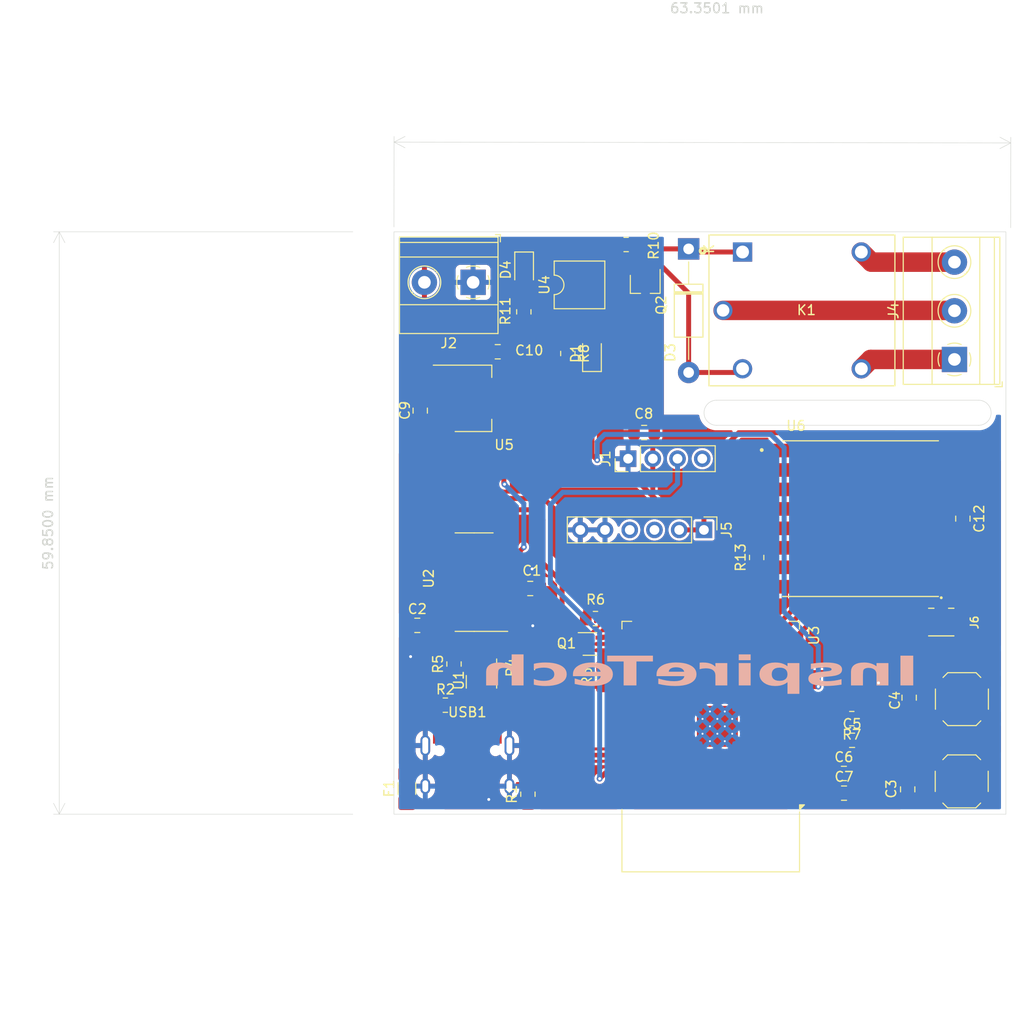
<source format=kicad_pcb>
(kicad_pcb (version 20240108) (generator "pcbnew") (generator_version "8.0")
  (layers (0 "F.Cu" signal) (31 "B.Cu" signal) (34 "B.Paste" user) (35 "F.Paste" user) (36 "B.SilkS" user "B.Silkscreen") (37 "F.SilkS" user "F.Silkscreen") (38 "B.Mask" user) (39 "F.Mask" user) (44 "Edge.Cuts" user))
  (net 0 "")
  (net 1 "GND")
  (net 2 "+3.3V")
  (net 3 "+5V")
  (net 4 "/RESET")
  (net 5 "/IO_0")
  (net 6 "/GPIO34")
  (net 7 "Net-(D1-A)")
  (net 8 "Net-(D3-A)")
  (net 9 "Net-(D4-A)")
  (net 10 "VBUS")
  (net 11 "/GPIO35")
  (net 12 "Net-(U6-RESET)")
  (net 13 "/SCL")
  (net 14 "/SDA")
  (net 15 "Net-(J4-Pin_3)")
  (net 16 "Net-(J4-Pin_2)")
  (net 17 "Net-(J4-Pin_1)")
  (net 18 "Net-(Q1-B2)")
  (net 19 "Net-(Q1-B1)")
  (net 20 "/IO_0 ")
  (net 21 "Net-(Q2-B)")
  (net 22 "Net-(USB1-CC2)")
  (net 23 "Net-(USB1-CC1)")
  (net 24 "/RTS")
  (net 25 "/DP")
  (net 26 "/D+")
  (net 27 "/D-")
  (net 28 "/DN")
  (net 29 "/DTR")
  (net 30 "Net-(R8-Pad1)")
  (net 31 "Net-(R10-Pad1)")
  (net 37 "/RX")
  (net 39 "/TX")
  (net 60 "ANT")
  (net 62 "/SCK")
  (net 63 "/RFM_CS")
  (net 64 "/MOSI")
  (net 65 "/MISO")
  (net 66 "/RFM_DIO2{slash}32")
  (net 67 "/RFM_DIO1{slash}33")
  (net 68 "/RFM_INT{slash}26")
  (net 72 "/GPIO25")
  (footprint "Capacitor_SMD:C_0805_2012Metric_Pad1.18x1.45mm_HandSolder" (layer "F.Cu") (at 147.995 115.3675)
    (property "Reference" "C6")
    (property "Value" "22uF")
  )
  (footprint "Capacitor_SMD:C_0805_2012Metric_Pad1.18x1.45mm_HandSolder" (layer "F.Cu") (at 148.01 117.39)
    (property "Reference" "C7")
    (property "Value" "0.1uF")
  )
  (footprint "global_Library:PRTR5VOU2X" (layer "F.Cu") (at 110.77 105.95 -90)
    (property "Reference" "U1")
    (property "Value" "PRTR5V0U2X")
  )
  (footprint "Connector_PinHeader_2.54mm:PinHeader_1x06_P2.54mm_Vertical" (layer "F.Cu") (at 133.62 90.34 -90)
    (property "Reference" "J5")
    (property "Value" "Conn_01x06")
  )
  (footprint "Capacitor_SMD:C_0805_2012Metric_Pad1.18x1.45mm_HandSolder" (layer "F.Cu") (at 148.84 111.96)
    (property "Reference" "C5")
    (property "Value" "0.1uF")
  )
  (footprint "global_Library:PC817" (layer "F.Cu") (at 120.84 65.16 90)
    (property "Reference" "U4")
    (property "Value" "PC817")
  )
  (footprint "Resistor_SMD:R_0805_2012Metric_Pad1.20x1.40mm_HandSolder" (layer "F.Cu") (at 123.26 105.42 90)
    (property "Reference" "R3")
    (property "Value" "10K")
  )
  (footprint "Resistor_SMD:R_0805_2012Metric_Pad1.20x1.40mm_HandSolder" (layer "F.Cu") (at 125.63 61.01)
    (property "Reference" "R10")
    (property "Value" "1K")
  )
  (footprint "global_Library:XCVR_RFM95W-915S2" (layer "F.Cu") (at 149.7075 89.18)
    (property "Reference" "U6")
    (property "Value" "RFM95W-868S2")
  )
  (footprint "RF_Module:ESP32-WROOM-32" (layer "F.Cu") (at 134.32 109.615 180)
    (property "Reference" "U3")
    (property "Value" "ESP32-WROOM-32")
  )
  (footprint "Capacitor_SMD:C_0805_2012Metric_Pad1.18x1.45mm_HandSolder" (layer "F.Cu") (at 127.48 80.33 180)
    (property "Reference" "C8")
    (property "Value" "22u")
  )
  (footprint "Connector_PinHeader_2.54mm:PinHeader_1x04_P2.54mm_Vertical" (layer "F.Cu") (at 125.83 83.02 90)
    (property "Reference" "J1")
    (property "Value" "Conn_01x04" (hide yes))
  )
  (footprint "LED_SMD:LED_0805_2012Metric_Pad1.15x1.40mm_HandSolder" (layer "F.Cu") (at 115.15 63.64 -90)
    (property "Reference" "D4")
    (property "Value" "YELLOW_LED")
  )
  (footprint "global_Library:HRO-TYPE-C-31-M-12-HandSoldering" (layer "F.Cu") (at 109.32 119.275)
    (property "Reference" "USB1")
    (property "Value" "HRO-TYPE-C-31-M-12")
  )
  (footprint "Resistor_SMD:R_0805_2012Metric_Pad1.20x1.40mm_HandSolder" (layer "F.Cu") (at 115.49 104.48 90)
    (property "Reference" "R4")
    (property "Value" "22")
  )
  (footprint "Capacitor_SMD:C_0805_2012Metric_Pad1.18x1.45mm_HandSolder" (layer "F.Cu") (at 154.55 117 -90)
    (property "Reference" "C3")
    (property "Value" "0.1uF")
  )
  (footprint "LED_SMD:LED_0805_2012Metric_Pad1.15x1.40mm_HandSolder" (layer "F.Cu") (at 122.12 72.2 90)
    (property "Reference" "D1")
    (property "Value" "RED_LED")
  )
  (footprint "Capacitor_SMD:C_0805_2012Metric_Pad1.18x1.45mm_HandSolder" (layer "F.Cu") (at 104.48 78.08 90)
    (property "Reference" "C9")
    (property "Value" "22uF")
  )
  (footprint "Resistor_SMD:R_0805_2012Metric_Pad1.20x1.40mm_HandSolder" (layer "F.Cu") (at 148.81 109.73 180)
    (property "Reference" "R7")
    (property "Value" "10K")
  )
  (footprint "Capacitor_SMD:C_0805_2012Metric_Pad1.18x1.45mm_HandSolder" (layer "F.Cu") (at 115.78 96.36)
    (property "Reference" "C1")
    (property "Value" "0.1uF")
  )
  (footprint "TerminalBlock_Phoenix:TerminalBlock_Phoenix_MKDS-1,5-2_1x02_P5.00mm_Horizontal" (layer "F.Cu") (at 109.91 64.895 180)
    (property "Reference" "J2")
    (property "Value" "Screw_Terminal_01x02")
  )
  (footprint "global_Library:RELAY_SRD-05VDC-SL-C" (layer "F.Cu") (at 143.6875 67.78)
    (property "Reference" "K1")
    (property "Value" "SRD-05VDC-SL-C")
  )
  (footprint "global_Library:CH340C" (layer "F.Cu") (at 110.015 95.705 180)
    (property "Reference" "U2")
    (property "Value" "CH340C")
  )
  (footprint "global_Library:MBT3904DW1" (layer "F.Cu") (at 121.91 102.06)
    (property "Reference" "Q1")
    (property "Value" "MBT3904DW1")
  )
  (footprint "Fuse:Fuse_1206_3216Metric_Pad1.42x1.75mm_HandSolder" (layer "F.Cu") (at 103.11 116.92 90)
    (property "Reference" "F1")
    (property "Value" "500mA")
  )
  (footprint "Diode_THT:D_DO-41_SOD81_P12.70mm_Horizontal" (layer "F.Cu") (at 132.05 61.46 -90)
    (property "Reference" "D3")
    (property "Value" "1N4007")
  )
  (footprint "global_Library:AMS1117-3.3" (layer "F.Cu") (at 109.92 76.82)
    (property "Reference" "U5")
    (property "Value" "AMS1117-3.3")
  )
  (footprint "Resistor_SMD:R_0805_2012Metric_Pad1.20x1.40mm_HandSolder" (layer "F.Cu") (at 107.95 104.12 90)
    (property "Reference" "R5")
    (property "Value" "22")
  )
  (footprint "Capacitor_SMD:C_0805_2012Metric_Pad1.18x1.45mm_HandSolder" (layer "F.Cu") (at 112.44 72.03 180)
    (property "Reference" "C10")
    (property "Value" "22uF")
  )
  (footprint "global_Library:BC547A" (layer "F.Cu") (at 127.61 65.08 -90)
    (property "Reference" "Q2")
    (property "Value" "BC547A")
  )
  (footprint "Resistor_SMD:R_0805_2012Metric_Pad1.20x1.40mm_HandSolder" (layer "F.Cu") (at 107.06 108.35 180)
    (property "Reference" "R2")
    (property "Value" "5.1K")
  )
  (footprint "global_Library:SW_SPST_SKQG_WithStem" (layer "F.Cu") (at 160.12 107.73 180)
    (property "Reference" "SW2" (hide yes))
    (property "Value" "SW_SKQG")
  )
  (footprint "Capacitor_SMD:C_0805_2012Metric_Pad1.18x1.45mm_HandSolder" (layer "F.Cu") (at 154.7 107.58 -90)
    (property "Reference" "C4")
    (property "Value" "0.1uF")
  )
  (footprint "Resistor_SMD:R_0805_2012Metric_Pad1.20x1.40mm_HandSolder" (layer "F.Cu") (at 139.0375 93.1725 90)
    (property "Reference" "R13")
    (property "Value" "10K")
  )
  (footprint "TerminalBlock_Phoenix:TerminalBlock_Phoenix_MKDS-1,5-3_1x03_P5.00mm_Horizontal" (layer "F.Cu") (at 159.355 72.82 90)
    (property "Reference" "J4")
    (property "Value" "Screw_Terminal_01x03")
  )
  (footprint "Resistor_SMD:R_0805_2012Metric_Pad1.20x1.40mm_HandSolder" (layer "F.Cu") (at 115.54 117.5 90)
    (property "Reference" "R1")
    (property "Value" "5.1K")
  )
  (footprint "Resistor_SMD:R_0805_2012Metric_Pad1.20x1.40mm_HandSolder" (layer "F.Cu") (at 115.12 67.93 90)
    (property "Reference" "R11")
    (property "Value" "2K")
  )
  (footprint "Capacitor_SMD:C_0805_2012Metric_Pad1.18x1.45mm_HandSolder" (layer "F.Cu") (at 104.18 100.15)
    (property "Reference" "C2")
    (property "Value" "0.1uF")
  )
  (footprint "Capacitor_SMD:C_0805_2012Metric_Pad1.18x1.45mm_HandSolder" (layer "F.Cu") (at 160.2175 89.18 -90)
    (property "Reference" "C12")
    (property "Value" "0.1uF")
  )
  (footprint "global_Library:HRS_U.FL-R-SMT_10_" (layer "F.Cu") (at 157.9975 99.81 -90)
    (property "Reference" "J6")
    (property "Value" "U.FL-R-SMT_10_")
  )
  (footprint "Resistor_SMD:R_0805_2012Metric_Pad1.20x1.40mm_HandSolder" (layer "F.Cu") (at 119.64 72.21 -90)
    (property "Reference" "R8")
    (property "Value" "1K")
  )
  (footprint "global_Library:SW_SPST_SKQG_WithStem" (layer "F.Cu") (at 160.1 116.18 180)
    (property "Reference" "SW1" (hide yes))
    (property "Value" "SW_SKQG")
  )
  (footprint "Resistor_SMD:R_0805_2012Metric_Pad1.20x1.40mm_HandSolder" (layer "F.Cu") (at 122.48 99.45 180)
    (property "Reference" "R6")
    (property "Value" "10K")
  )
  (gr_rect (start 101.78 59.705) (end 164.64 119.555) (stroke (width 0.05)) (fill none) (layer "Edge.Cuts"))
  (gr_arc (start 161.84 77.01) (mid 163.13 78.3) (end 161.84 79.59) (stroke (width 0.05)) (layer "Edge.Cuts"))
  (gr_line (start 161.84 77.01) (end 134.91 77.01) (stroke (width 0.05)) (layer "Edge.Cuts"))
  (gr_arc (start 134.91 79.59) (mid 133.62 78.3) (end 134.91 77.01) (stroke (width 0.05)) (layer "Edge.Cuts"))
  (gr_line (start 134.91 79.59) (end 161.84 79.59) (stroke (width 0.05)) (layer "Edge.Cuts"))
  (gr_text "InspireTech" (at 133.23 106.83 0) (layer "B.SilkS") (effects (font (size 3 5) (thickness 0.3) (bold yes)) (justify bottom mirror)))
  (dimension (type aligned) (layer "Edge.Cuts") (pts (xy 98.06 119.555) (xy 98.06 59.705)) (height -30.66) (gr_text "59,8500 mm" (at 66.25 89.63 90) (layer "Edge.Cuts") (effects (font (size 1 1) (thickness 0.15)))) (format (prefix "") (suffix "") (units 3) (units_format 1) (precision 4)) (style (thickness 0.05) (arrow_length 1.27) (text_position_mode 0) (extension_height 0.58642) (extension_offset 0.5) keep_text_aligned))
  (dimension (type aligned) (layer "Edge.Cuts") (pts (xy 101.78 59.705) (xy 165.13 59.79)) (height -9.22) (gr_text "63,3501 mm" (at 134.96 36.73 359.9231233) (layer "Edge.Cuts") (effects (font (size 1 1) (thickness 0.15)))) (format (prefix "") (suffix "") (units 3) (units_format 1) (precision 4)) (style (thickness 0.05) (arrow_length 1.27) (text_position_mode 2) (extension_height 0.58642) (extension_offset 0.5) keep_text_aligned))
  (via (at 103.49 103.36) (size 0.6) (drill 0.3) (layers "F.Cu" "B.Cu") (net 1))
  (via (at 151.55 106.06) (size 0.6) (drill 0.3) (layers "F.Cu" "B.Cu") (net 1))
  (via (at 115.97 94.35) (size 0.6) (drill 0.3) (layers "F.Cu" "B.Cu") (net 1))
  (via (at 111.52 118.04) (size 0.6) (drill 0.3) (layers "F.Cu" "B.Cu") (net 1))
  (via (at 116.04 100.19) (size 0.6) (drill 0.3) (layers "F.Cu" "B.Cu") (net 1))
  (segment (start 131.08 90.34) (end 133.62 90.34) (width 0.508) (layer "F.Cu") (net 2))
  (segment (start 128.37 86.89) (end 129.2 87.72) (width 0.508) (layer "F.Cu") (net 2))
  (segment (start 137.2 80.352) (end 153.212 80.352) (width 0.508) (layer "F.Cu") (net 2))
  (segment (start 113.07 85.58) (end 113.07 83.82) (width 0.508) (layer "F.Cu") (net 2))
  (segment (start 128.37 83.02) (end 128.37 86.89) (width 0.508) (layer "F.Cu") (net 2))
  (segment (start 153.212 80.352) (end 153.96 81.1) (width 0.508) (layer "F.Cu") (net 2))
  (segment (start 115.2 69.01) (end 115.2 71.71) (width 0.508) (layer "F.Cu") (net 2))
  (segment (start 136.07 87.09) (end 136.07 81.482) (width 0.508) (layer "F.Cu") (net 2))
  (segment (start 148.81 112.78) (end 146.9575 114.6325) (width 0.3) (layer "F.Cu") (net 2))
  (segment (start 114.7425 96.36) (end 114.7425 92.4875) (width 0.508) (layer "F.Cu") (net 2))
  (segment (start 128.37 80.4775) (end 128.5175 80.33) (width 0.508) (layer "F.Cu") (net 2))
  (segment (start 160.2175 88.1425) (end 157.445 88.1425) (width 0.508) (layer "F.Cu") (net 2))
  (segment (start 157.445 88.1425) (end 157.4075 88.18) (width 0.508) (layer "F.Cu") (net 2))
  (segment (start 146.9575 115.3675) (end 146.9575 117.375) (width 0.508) (layer "F.Cu") (net 2))
  (segment (start 148.81 110.02) (end 148.81 112.78) (width 0.3) (layer "F.Cu") (net 2))
  (segment (start 149.81 109.73) (end 149.1 109.73) (width 0.3) (layer "F.Cu") (net 2))
  (segment (start 149.1 109.73) (end 148.81 110.02) (width 0.3) (layer "F.Cu") (net 2))
  (segment (start 129.2 87.72) (end 133.14 87.72) (width 0.508) (layer "F.Cu") (net 2))
  (segment (start 133.14 87.72) (end 133.62 88.2) (width 0.508) (layer "F.Cu") (net 2))
  (segment (start 113.07 83.82) (end 113.07 76.82) (width 0.508) (layer "F.Cu") (net 2))
  (segment (start 128.37 83.02) (end 128.37 80.4775) (width 0.508) (layer "F.Cu") (net 2))
  (segment (start 113.4775 72.03) (end 113.4775 76.4125) (width 0.508) (layer "F.Cu") (net 2))
  (segment (start 146.9575 114.6325) (end 146.9575 115.3675) (width 0.3) (layer "F.Cu") (net 2))
  (segment (start 146.9575 117.375) (end 146.9725 117.39) (width 0.508) (layer "F.Cu") (net 2))
  (segment (start 112.51 96.36) (end 112.49 96.34) (width 0.508) (layer "F.Cu") (net 2))
  (segment (start 145.095 117.39) (end 144.3625 116.6575) (width 0.3) (layer "F.Cu") (net 2))
  (segment (start 115.2 71.71) (end 114.88 72.03) (width 0.508) (layer "F.Cu") (net 2))
  (segment (start 153.96 87.63) (end 154.51 88.18) (width 0.508) (layer "F.Cu") (net 2))
  (segment (start 126.97 85.49) (end 114.74 85.49) (width 0.508) (layer "F.Cu") (net 2))
  (segment (start 113.4775 76.4125) (end 113.07 76.82) (width 0.508) (layer "F.Cu") (net 2))
  (segment (start 133.62 88.2) (end 133.62 90.34) (width 0.508) (layer "F.Cu") (net 2))
  (segment (start 153.96 81.1) (end 153.96 87.63) (width 0.508) (layer "F.Cu") (net 2))
  (segment (start 154.51 88.18) (end 157.4075 88.18) (width 0.508) (layer "F.Cu") (net 2))
  (segment (start 114.88 72.03) (end 113.4775 72.03) (width 0.508) (layer "F.Cu") (net 2))
  (segment (start 114.74 85.49) (end 113.07 83.82) (width 0.508) (layer "F.Cu") (net 2))
  (segment (start 114.7425 96.36) (end 112.51 96.36) (width 0.508) (layer "F.Cu") (net 2))
  (segment (start 146.9725 117.39) (end 145.095 117.39) (width 0.3) (layer "F.Cu") (net 2))
  (segment (start 113.14 85.65) (end 113.07 85.58) (width 0.508) (layer "F.Cu") (net 2))
  (segment (start 115.12 68.93) (end 115.2 69.01) (width 0.508) (layer "F.Cu") (net 2))
  (segment (start 144.3625 116.6575) (end 142.925 116.6575) (width 0.3) (layer "F.Cu") (net 2))
  (segment (start 114.7425 92.4875) (end 115.12 92.11) (width 0.508) (layer "F.Cu") (net 2))
  (segment (start 133.14 87.72) (end 135.44 87.72) (width 0.508) (layer "F.Cu") (net 2))
  (segment (start 128.37 86.89) (end 126.97 85.49) (width 0.508) (layer "F.Cu") (net 2))
  (segment (start 135.44 87.72) (end 136.07 87.09) (width 0.508) (layer "F.Cu") (net 2))
  (segment (start 136.07 81.482) (end 137.2 80.352) (width 0.508) (layer "F.Cu") (net 2))
  (segment (start 106.77 76.82) (end 113.07 76.82) (width 0.508) (layer "F.Cu") (net 2))
  (via (at 115.12 92.11) (size 0.6) (drill 0.3) (layers "F.Cu" "B.Cu") (net 2))
  (via (at 113.14 85.65) (size 0.6) (drill 0.3) (layers "F.Cu" "B.Cu") (net 2))
  (segment (start 115.12 87.63) (end 113.14 85.65) (width 0.508) (layer "B.Cu") (net 2))
  (segment (start 115.12 92.11) (end 115.12 87.63) (width 0.508) (layer "B.Cu") (net 2))
  (segment (start 105.2175 104.4225) (end 105.2175 100.15) (width 0.508) (layer "F.Cu") (net 3))
  (segment (start 104.91 64.895) (end 104.91 61.46) (width 0.508) (layer "F.Cu") (net 3))
  (segment (start 103.11 106.53) (end 105.2175 104.4225) (width 0.508) (layer "F.Cu") (net 3))
  (segment (start 127.65 62.14) (end 127.65 64.72) (width 0.508) (layer "F.Cu") (net 3))
  (segment (start 106.77 81.29) (end 106.77 79.12) (width 0.508) (layer "F.Cu") (net 3))
  (segment (start 118 73.21) (end 117.62 72.83) (width 0.508) (layer "F.Cu") (net 3))
  (segment (start 103.88 96.23) (end 105.2175 97.5675) (width 0.508) (layer "F.Cu") (net 3))
  (segment (start 105.51 60.86) (end 116.98 60.86) (width 0.508) (layer "F.Cu") (net 3))
  (segment (start 119.57 63.57) (end 119.57 61.35) (width 0.508) (layer "F.Cu") (net 3))
  (segment (start 104.48 79.1175) (end 106.7675 79.1175) (width 0.508) (layer "F.Cu") (net 3))
  (segment (start 127.13 65.24) (end 121.24 65.24) (width 0.508) (layer "F.Cu") (net 3))
  (segment (start 119.64 73.21) (end 118 73.21) (width 0.508) (layer "F.Cu") (net 3))
  (segment (start 106.77 81.84) (end 106.77 81.29) (width 0.508) (layer "F.Cu") (net 3))
  (segment (start 106.03 82.58) (end 106.77 81.84) (width 0.508) (layer "F.Cu") (net 3))
  (segment (start 103.145 82.345) (end 103.38 82.58) (width 0.508) (layer "F.Cu") (net 3))
  (segment (start 132.37 61.78) (end 132.05 61.46) (width 0.508) (layer "F.Cu") (net 3))
  (segment (start 121.24 65.24) (end 119.57 63.57) (width 0.508) (layer "F.Cu") (net 3))
  (segment (start 103.88 83.08) (end 103.88 96.23) (width 0.508) (layer "F.Cu") (net 3))
  (segment (start 102.63 81.83) (end 103.145 82.345) (width 0.508) (layer "F.Cu") (net 3))
  (segment (start 106.7675 79.1175) (end 106.77 79.12) (width 0.508) (layer "F.Cu") (net 3))
  (segment (start 103.38 82.58) (end 106.03 82.58) (width 0.508) (layer "F.Cu") (net 3))
  (segment (start 117.62 61.5) (end 117.62 65.52) (width 0.508) (layer "F.Cu") (net 3))
  (segment (start 117.62 65.52) (end 119.57 63.57) (width 0.508) (layer "F.Cu") (net 3))
  (segment (start 103.11 115.4325) (end 103.11 106.53) (width 0.508) (layer "F.Cu") (net 3))
  (segment (start 102.63 73.96) (end 102.63 81.83) (width 0.508) (layer "F.Cu") (net 3))
  (segment (start 107.54 100.15) (end 105.2175 100.15) (width 0.508) (layer "F.Cu") (net 3))
  (segment (start 104.91 64.895) (end 104.91 71.68) (width 0.508) (layer "F.Cu") (net 3))
  (segment (start 103.145 82.345) (end 103.88 83.08) (width 0.508) (layer "F.Cu") (net 3))
  (segment (start 116.98 60.86) (end 117.62 61.5) (width 0.508) (layer "F.Cu") (net 3))
  (segment (start 128.33 61.46) (end 127.65 62.14) (width 0.508) (layer "F.Cu") (net 3))
  (segment (start 117.62 72.83) (end 117.62 65.52) (width 0.508) (layer "F.Cu") (net 3))
  (segment (start 104.91 71.68) (end 102.63 73.96) (width 0.508) (layer "F.Cu") (net 3))
  (segment (start 137.5875 61.78) (end 132.37 61.78) (width 0.508) (layer "F.Cu") (net 3))
  (segment (start 132.05 61.46) (end 128.33 61.46) (width 0.508) (layer "F.Cu") (net 3))
  (segment (start 104.91 61.46) (end 105.51 60.86) (width 0.508) (layer "F.Cu") (net 3))
  (segment (start 105.2175 97.5675) (end 105.2175 100.15) (width 0.508) (layer "F.Cu") (net 3))
  (segment (start 127.65 64.72) (end 127.13 65.24) (width 0.508) (layer "F.Cu") (net 3))
  (segment (start 154.55 118.0375) (end 153.4075 118.0375) (width 0.508) (layer "F.Cu") (net 4))
  (segment (start 147.380001 108.21) (end 146.35 109.240001) (width 0.508) (layer "F.Cu") (net 4))
  (segment (start 157 118.03) (end 163.2 118.03) (width 0.508) (layer "F.Cu") (net 4))
  (segment (start 146.35 113.86) (end 145.96 114.25) (width 0.508) (layer "F.Cu") (net 4))
  (segment (start 151.6 108.21) (end 147.380001 108.21) (width 0.508) (layer "F.Cu") (net 4))
  (segment (start 154.55 118.0375) (end 156.9925 118.0375) (width 0.508) (layer "F.Cu") (net 4))
  (segment (start 144.885 115.325) (end 143.07 115.325) (width 0.508) (layer "F.Cu") (net 4))
  (segment (start 153.4075 118.0375) (end 152.57 117.2) (width 0.508) (layer "F.Cu") (net 4))
  (segment (start 147.8025 111.96) (end 147.8025 112.4075) (width 0.508) (layer "F.Cu") (net 4))
  (segment (start 147.8025 112.4075) (end 145.96 114.25) (width 0.508) (layer "F.Cu") (net 4))
  (segment (start 146.35 109.240001) (end 146.35 113.86) (width 0.508) (layer "F.Cu") (net 4))
  (segment (start 147.81 109.73) (end 147.81 111.9525) (width 0.508) (layer "F.Cu") (net 4))
  (segment (start 152.57 109.18) (end 151.6 108.21) (width 0.508) (layer "F.Cu") (net 4))
  (segment (start 156.9925 118.0375) (end 157 118.03) (width 0.508) (layer "F.Cu") (net 4))
  (segment (start 147.81 111.9525) (end 147.8025 111.96) (width 0.508) (layer "F.Cu") (net 4))
  (segment (start 145.96 114.25) (end 145.13 115.08) (width 0.508) (layer "F.Cu") (net 4))
  (segment (start 145.13 115.08) (end 144.885 115.325) (width 0.508) (layer "F.Cu") (net 4))
  (segment (start 152.57 117.2) (end 152.57 109.18) (width 0.508) (layer "F.Cu") (net 4))
  (segment (start 154.7 108.6175) (end 155.6625 109.58) (width 0.508) (layer "F.Cu") (net 5))
  (segment (start 163.22 109.58) (end 157.02 109.58) (width 0.508) (layer "F.Cu") (net 5))
  (segment (start 155.6625 109.58) (end 157.02 109.58) (width 0.508) (layer "F.Cu") (net 5))
  (segment (start 122.11 68.97) (end 122.11 71.165) (width 0.508) (layer "F.Cu") (net 7))
  (segment (start 122.11 71.165) (end 122.12 71.175) (width 0.508) (layer "F.Cu") (net 7))
  (segment (start 129.41 63.37) (end 132.05 66.01) (width 0.508) (layer "F.Cu") (net 8))
  (segment (start 137.2075 74.16) (end 137.5875 73.78) (width 0.508) (layer "F.Cu") (net 8))
  (segment (start 132.05 66.01) (end 132.05 74.16) (width 0.508) (layer "F.Cu") (net 8))
  (segment (start 128.56 63.37) (end 129.41 63.37) (width 0.508) (layer "F.Cu") (net 8))
  (segment (start 132.05 74.16) (end 137.2075 74.16) (width 0.508) (layer "F.Cu") (net 8))
  (segment (start 115.12 64.695) (end 115.15 64.665) (width 0.3) (layer "F.Cu") (net 9))
  (segment (start 115.12 66.93) (end 115.12 64.695) (width 0.3) (layer "F.Cu") (net 9))
  (segment (start 111.77 111.08) (end 111.77 112.43) (width 0.3) (layer "F.Cu") (net 10))
  (segment (start 110.61 116.72) (end 110.34 116.99) (width 0.3) (layer "F.Cu") (net 10))
  (segment (start 106.87 112.28) (end 107.21 112.62) (width 0.3) (layer "F.Cu") (net 10))
  (segment (start 107.21 112.62) (end 107.21 113.51) (width 0.3) (layer "F.Cu") (net 10))
  (segment (start 111.77 109.44) (end 111.72 109.39) (width 0.508) (layer "F.Cu") (net 10))
  (segment (start 111.77 111.08) (end 111.77 109.44) (width 0.508) (layer "F.Cu") (net 10))
  (segment (start 107.21 113.51) (end 107.21 117.84) (width 0.508) (layer "F.Cu") (net 10))
  (segment (start 110.34 116.99) (end 108.06 116.99) (width 0.3) (layer "F.Cu") (net 10))
  (segment (start 106.6425 118.4075) (end 103.11 118.4075) (width 0.508) (layer "F.Cu") (net 10))
  (segment (start 111.72 109.39) (end 111.72 107.45) (width 0.508) (layer "F.Cu") (net 10))
  (segment (start 106.87 111.08) (end 106.87 112.28) (width 0.3) (layer "F.Cu") (net 10))
  (segment (start 111.77 112.43) (end 110.61 113.59) (width 0.3) (layer "F.Cu") (net 10))
  (segment (start 107.21 117.84) (end 106.6425 118.4075) (width 0.508) (layer "F.Cu") (net 10))
  (segment (start 110.61 113.59) (end 110.61 116.72) (width 0.3) (layer "F.Cu") (net 10))
  (segment (start 108.06 116.99) (end 106.6425 118.4075) (width 0.3) (layer "F.Cu") (net 10))
  (segment (start 142 92.1725) (end 142.0075 92.18) (width 0.508) (layer "F.Cu") (net 12))
  (segment (start 139.0375 92.1725) (end 142 92.1725) (width 0.508) (layer "F.Cu") (net 12))
  (segment (start 123.485 115.325) (end 122.91 115.9) (width 0.508) (layer "F.Cu") (net 14))
  (segment (start 125.57 115.325) (end 123.485 115.325) (width 0.508) (layer "F.Cu") (net 14))
  (via (at 122.91 115.9) (size 0.6) (drill 0.3) (layers "F.Cu" "B.Cu") (net 14))
  (segment (start 122.91 115.9) (end 122.91 100.92) (width 0.508) (layer "B.Cu") (net 14))
  (segment (start 130.91 85.58) (end 130.91 83.02) (width 0.508) (layer "B.Cu") (net 14))
  (segment (start 119.11 86.48) (end 130.01 86.48) (width 0.508) (layer "B.Cu") (net 14))
  (segment (start 117.85 95.86) (end 117.85 87.74) (width 0.508) (layer "B.Cu") (net 14))
  (segment (start 117.85 87.74) (end 119.11 86.48) (width 0.508) (layer "B.Cu") (net 14))
  (segment (start 130.01 86.48) (end 130.91 85.58) (width 0.508) (layer "B.Cu") (net 14))
  (segment (start 122.91 100.92) (end 117.85 95.86) (width 0.508) (layer "B.Cu") (net 14))
  (segment (start 150.8275 62.82) (end 159.355 62.82) (width 2) (layer "F.Cu") (net 15))
  (segment (start 149.7875 61.78) (end 150.8275 62.82) (width 2) (layer "F.Cu") (net 15))
  (segment (start 135.5875 67.78) (end 159.315 67.78) (width 2) (layer "F.Cu") (net 16))
  (segment (start 159.315 67.78) (end 159.355 67.82) (width 0.508) (layer "F.Cu") (net 16))
  (segment (start 150.7475 72.82) (end 159.355 72.82) (width 2) (layer "F.Cu") (net 17))
  (segment (start 149.7875 73.78) (end 150.7475 72.82) (width 2) (layer "F.Cu") (net 17))
  (segment (start 122.197106 102.06) (end 123.24 102.06) (width 0.3) (layer "F.Cu") (net 18))
  (segment (start 122.14 102.002894) (end 122.197106 102.06) (width 0.3) (layer "F.Cu") (net 18))
  (segment (start 122.14 100.86) (end 122.14 102.002894) (width 0.3) (layer "F.Cu") (net 18))
  (segment (start 123.48 99.52) (end 122.14 100.86) (width 0.3) (layer "F.Cu") (net 18))
  (segment (start 121.59 101.41) (end 122.14 100.86) (width 0.3) (layer "F.Cu") (net 18))
  (segment (start 120.58 101.41) (end 121.59 101.41) (width 0.3) (layer "F.Cu") (net 18))
  (segment (start 123.48 99.45) (end 123.48 99.52) (width 0.3) (layer "F.Cu") (net 18))
  (segment (start 122.14 102.71) (end 121.49 102.06) (width 0.3) (layer "F.Cu") (net 19))
  (segment (start 123.26 104.42) (end 123.26 102.73) (width 0.3) (layer "F.Cu") (net 19))
  (segment (start 123.24 102.71) (end 122.14 102.71) (width 0.3) (layer "F.Cu") (net 19))
  (segment (start 121.49 102.06) (end 120.58 102.06) (width 0.3) (layer "F.Cu") (net 19))
  (segment (start 123.26 102.73) (end 123.24 102.71) (width 0.3) (layer "F.Cu") (net 19))
  (segment (start 125.57 101.355) (end 123.291 101.355) (width 0.508) (layer "F.Cu") (net 20))
  (segment (start 123.291 101.355) (end 123.24 101.406) (width 0.508) (layer "F.Cu") (net 20))
  (segment (start 126.63 63.34) (end 126.66 63.37) (width 0.508) (layer "F.Cu") (net 21))
  (segment (start 126.63 61.01) (end 126.63 63.34) (width 0.508) (layer "F.Cu") (net 21))
  (segment (start 115.54 118.5) (end 116.54 118.5) (width 0.3) (layer "F.Cu") (net 22))
  (segment (start 114.19 109.26) (end 113.33 108.4) (width 0.3) (layer "F.Cu") (net 22))
  (segment (start 113.33 108.4) (end 113.33 106.57) (width 0.3) (layer "F.Cu") (net 22))
  (segment (start 116.44 109.26) (end 114.19 109.26) (width 0.3) (layer "F.Cu") (net 22))
  (segment (start 116.9 118.14) (end 116.9 109.72) (width 0.3) (layer "F.Cu") (net 22))
  (segment (start 110.92 106.28) (end 110.92 108.99) (width 0.3) (layer "F.Cu") (net 22))
  (segment (start 116.54 118.5) (end 116.9 118.14) (width 0.3) (layer "F.Cu") (net 22))
  (segment (start 112.81 106.05) (end 111.15 106.05) (width 0.3) (layer "F.Cu") (net 22))
  (segment (start 116.9 109.72) (end 116.44 109.26) (width 0.3) (layer "F.Cu") (net 22))
  (segment (start 113.33 106.57) (end 112.81 106.05) (width 0.3) (layer "F.Cu") (net 22))
  (segment (start 110.92 108.99) (end 111.07 109.14) (width 0.3) (layer "F.Cu") (net 22))
  (segment (start 111.07 109.14) (end 111.07 111.08) (width 0.3) (layer "F.Cu") (net 22))
  (segment (start 111.15 106.05) (end 110.92 106.28) (width 0.3) (layer "F.Cu") (net 22))
  (segment (start 108.07 111.08) (end 108.07 108.36) (width 0.3) (layer "F.Cu") (net 23))
  (segment (start 108.07 108.36) (end 108.06 108.35) (width 0.3) (layer "F.Cu") (net 23))
  (segment (start 108.85 97.61) (end 109.224 97.236) (width 0.508) (layer "F.Cu") (net 24))
  (segment (start 117.1 93.77) (end 119.05 95.72) (width 0.508) (layer "F.Cu") (net 24))
  (segment (start 117.1 89.31) (end 117.1 93.77) (width 0.508) (layer "F.Cu") (net 24))
  (segment (start 109.76 88.27) (end 116.06 88.27) (width 0.508) (layer "F.Cu") (net 24))
  (segment (start 109.224 88.806) (end 109.76 88.27) (width 0.508) (layer "F.Cu") (net 24))
  (segment (start 109.224 97.236) (end 109.224 88.806) (width 0.508) (layer "F.Cu") (net 24))
  (segment (start 120.66 106.42) (end 123.26 106.42) (width 0.508) (layer "F.Cu") (net 24))
  (segment (start 119.05 95.72) (end 119.05 104.81) (width 0.508) (layer "F.Cu") (net 24))
  (segment (start 116.06 88.27) (end 117.1 89.31) (width 0.508) (layer "F.Cu") (net 24))
  (segment (start 107.54 97.61) (end 108.85 97.61) (width 0.508) (layer "F.Cu") (net 24))
  (segment (start 119.05 104.81) (end 120.66 106.42) (width 0.508) (layer "F.Cu") (net 24))
  (segment (start 110.445 108.985) (end 110.445 105.925) (width 0.25) (layer "F.Cu") (net 25))
  (segment (start 110.3 102.9) (end 109.82 103.38) (width 0.508) (layer "F.Cu") (net 25))
  (segment (start 115.49 105.48) (end 114.91 105.48) (width 0.508) (layer "F.Cu") (net 25))
  (segment (start 110.07 111.08) (end 110.07 109.36) (width 0.25) (layer "F.Cu") (net 25))
  (segment (start 110.07 112.84) (end 110.07 111.08) (width 0.25) (layer "F.Cu") (net 25))
  (segment (start 109.27 113.01) (end 109.9 113.01) (width 0.25) (layer "F.Cu") (net 25))
  (segment (start 110.445 105.925) (end 109.82 105.3) (width 0.25) (layer "F.Cu") (net 25))
  (segment (start 113.72 104.29) (end 113.72 103.29) (width 0.508) (layer "F.Cu") (net 25))
  (segment (start 109.9 113.01) (end 110.07 112.84) (width 0.25) (layer "F.Cu") (net 25))
  (segment (start 109.82 103.38) (end 109.82 104.45) (width 0.508) (layer "F.Cu") (net 25))
  (segment (start 109.07 111.08) (end 109.07 112.81) (width 0.25) (layer "F.Cu") (net 25))
  (segment (start 114.91 105.48) (end 113.72 104.29) (width 0.508) (layer "F.Cu") (net 25))
  (segment (start 110.07 109.36) (end 110.445 108.985) (width 0.25) (layer "F.Cu") (net 25))
  (segment (start 113.72 103.29) (end 113.33 102.9) (width 0.508) (layer "F.Cu") (net 25))
  (segment (start 109.82 105.3) (end 109.82 104.45) (width 0.25) (layer "F.Cu") (net 25))
  (segment (start 113.33 102.9) (end 110.3 102.9) (width 0.508) (layer "F.Cu") (net 25))
  (segment (start 109.07 112.81) (end 109.27 113.01) (width 0.25) (layer "F.Cu") (net 25))
  (segment (start 115.49 103.48) (end 115.49 102.33) (width 0.3) (layer "F.Cu") (net 26))
  (segment (start 110.2 102.07) (end 109.92 101.79) (width 0.3) (layer "F.Cu") (net 26))
  (segment (start 115.23 102.07) (end 110.2 102.07) (width 0.3) (layer "F.Cu") (net 26))
  (segment (start 110.41 97.742894) (end 110.41 95.3) (width 0.3) (layer "F.Cu") (net 26))
  (segment (start 115.49 102.33) (end 115.23 102.07) (width 0.3) (layer "F.Cu") (net 26))
  (segment (start 109.92 101.79) (end 109.92 98.232894) (width 0.3) (layer "F.Cu") (net 26))
  (segment (start 109.92 98.232894) (end 110.41 97.742894) (width 0.3) (layer "F.Cu") (net 26))
  (segment (start 110.41 95.3) (end 110.64 95.07) (width 0.3) (layer "F.Cu") (net 26))
  (segment (start 110.64 95.07) (end 112.49 95.07) (width 0.3) (layer "F.Cu") (net 26))
  (segment (start 110.23 93.8) (end 112.49 93.8) (width 0.3) (layer "F.Cu") (net 27))
  (segment (start 109.145 102.625) (end 109.145 98.285) (width 0.3) (layer "F.Cu") (net 27))
  (segment (start 109.145 98.285) (end 109.91 97.52) (width 0.3) (layer "F.Cu") (net 27))
  (segment (start 109.91 94.12) (end 110.23 93.8) (width 0.3) (layer "F.Cu") (net 27))
  (segment (start 107.95 103.12) (end 108.65 103.12) (width 0.3) (layer "F.Cu") (net 27))
  (segment (start 108.65 103.12) (end 109.145 102.625) (width 0.3) (layer "F.Cu") (net 27))
  (segment (start 109.91 97.52) (end 109.91 94.12) (width 0.3) (layer "F.Cu") (net 27))
  (segment (start 108.57 109.4601) (end 108.7601 109.27) (width 0.25) (layer "F.Cu") (net 28))
  (segment (start 109.82 106.66) (end 109.82 107.45) (width 0.508) (layer "F.Cu") (net 28))
  (segment (start 109.59 106.43) (end 109.82 106.66) (width 0.508) (layer "F.Cu") (net 28))
  (segment (start 109.57 108.02) (end 109.57 108.76) (width 0.25) (layer "F.Cu") (net 28))
  (segment (start 108.7601 109.27) (end 109.29 109.27) (width 0.25) (layer "F.Cu") (net 28))
  (segment (start 107.95 106.07) (end 108.31 106.43) (width 0.508) (layer "F.Cu") (net 28))
  (segment (start 109.57 108.99) (end 109.57 108.76) (width 0.25) (layer "F.Cu") (net 28))
  (segment (start 109.82 107.77) (end 109.57 108.02) (width 0.25) (layer "F.Cu") (net 28))
  (segment (start 109.29 109.27) (end 109.57 108.99) (width 0.25) (layer "F.Cu") (net 28))
  (segment (start 109.57 108.76) (end 109.57 111.08) (width 0.25) (layer "F.Cu") (net 28))
  (segment (start 109.82 107.45) (end 109.82 107.77) (width 0.25) (layer "F.Cu") (net 28))
  (segment (start 107.95 105.12) (end 107.95 106.07) (width 0.508) (layer "F.Cu") (net 28))
  (segment (start 108.57 111.08) (end 108.57 109.4601) (width 0.25) (layer "F.Cu") (net 28))
  (segment (start 108.31 106.43) (end 109.59 106.43) (width 0.508) (layer "F.Cu") (net 28))
  (segment (start 105.72 87.11) (end 117.17 87.11) (width 0.508) (layer "F.Cu") (net 29))
  (segment (start 118.21 92.76) (end 121.48 96.03) (width 0.508) (layer "F.Cu") (net 29))
  (segment (start 117.17 87.11) (end 118.21 88.15) (width 0.508) (layer "F.Cu") (net 29))
  (segment (start 107.54 96.34) (end 105.38 96.34) (width 0.508) (layer "F.Cu") (net 29))
  (segment (start 105.38 96.34) (end 104.91 95.87) (width 0.508) (layer "F.Cu") (net 29))
  (segment (start 104.91 95.87) (end 104.91 87.92) (width 0.508) (layer "F.Cu") (net 29))
  (segment (start 121.48 96.03) (end 121.48 99.45) (width 0.508) (layer "F.Cu") (net 29))
  (segment (start 104.91 87.92) (end 105.72 87.11) (width 0.508) (layer "F.Cu") (net 29))
  (segment (start 118.21 88.15) (end 118.21 92.76) (width 0.508) (layer "F.Cu") (net 29))
  (segment (start 119.64 71.21) (end 119.64 69.04) (width 0.508) (layer "F.Cu") (net 30))
  (segment (start 119.64 69.04) (end 119.57 68.97) (width 0.508) (layer "F.Cu") (net 30))
  (segment (start 122.11 61.35) (end 124.29 61.35) (width 0.508) (layer "F.Cu") (net 31))
  (segment (start 124.29 61.35) (end 124.63 61.01) (width 0.508) (layer "F.Cu") (net 31))
  (segment (start 116.38 101.52) (end 116.7 101.84) (width 0.3) (layer "F.Cu") (net 37))
  (segment (start 118.65 113.61) (end 119.1575 114.1175) (width 0.3) (layer "F.Cu") (net 37))
  (segment (start 111.09 101.52) (end 116.38 101.52) (width 0.3) (layer "F.Cu") (net 37))
  (segment (start 111.25 97.61) (end 110.82 98.04) (width 0.3) (layer "F.Cu") (net 37))
  (segment (start 110.82 98.04) (end 110.82 101.25) (width 0.3) (layer "F.Cu") (net 37))
  (segment (start 116.7 101.84) (end 116.7 106.33) (width 0.3) (layer "F.Cu") (net 37))
  (segment (start 110.82 101.25) (end 111.09 101.52) (width 0.3) (layer "F.Cu") (net 37))
  (segment (start 119.1575 114.1175) (end 125.425 114.1175) (width 0.3) (layer "F.Cu") (net 37))
  (segment (start 118.65 108.28) (end 118.65 113.61) (width 0.3) (layer "F.Cu") (net 37))
  (segment (start 112.49 97.61) (end 111.25 97.61) (width 0.3) (layer "F.Cu") (net 37))
  (segment (start 116.7 106.33) (end 118.65 108.28) (width 0.3) (layer "F.Cu") (net 37))
  (segment (start 112.49 98.88) (end 117.42 98.88) (width 0.3) (layer "F.Cu") (net 39))
  (segment (start 118.43 99.89) (end 118.43 105.31) (width 0.3) (layer "F.Cu") (net 39))
  (segment (start 117.42 98.88) (end 118.43 99.89) (width 0.3) (layer "F.Cu") (net 39))
  (segment (start 121.16 112.07) (end 121.9375 112.8475) (width 0.3) (layer "F.Cu") (net 39))
  (segment (start 121.16 108.04) (end 121.16 112.07) (width 0.3) (layer "F.Cu") (net 39))
  (segment (start 121.9375 112.8475) (end 125.425 112.8475) (width 0.3) (layer "F.Cu") (net 39))
  (segment (start 118.43 105.31) (end 121.16 108.04) (width 0.3) (layer "F.Cu") (net 39))
  (segment (start 157.9975 96.77) (end 157.4075 96.18) (width 0.508) (layer "F.Cu") (net 60))
  (segment (start 157.9975 98.285) (end 157.9975 96.77) (width 0.508) (layer "F.Cu") (net 60))
  (segment (start 146.5 96.001263) (end 141.708 100.793263) (width 0.508) (layer "F.Cu") (net 62))
  (segment (start 141.708 100.793263) (end 141.708 102.521) (width 0.508) (layer "F.Cu") (net 62))
  (segment (start 141.812 102.625) (end 143.07 102.625) (width 0.508) (layer "F.Cu") (net 62))
  (segment (start 146.5 88.9) (end 146.5 96.001263) (width 0.508) (layer "F.Cu") (net 62))
  (segment (start 142.0075 88.18) (end 145.78 88.18) (width 0.508) (layer "F.Cu") (net 62))
  (segment (start 141.708 102.521) (end 141.812 102.625) (width 0.508) (layer "F.Cu") (net 62))
  (segment (start 145.78 88.18) (end 146.5 88.9) (width 0.508) (layer "F.Cu") (net 62))
  (segment (start 145.5 95.7955) (end 141 100.2955) (width 0.508) (layer "F.Cu") (net 63))
  (segment (start 141 102.5) (end 139.605 103.895) (width 0.508) (layer "F.Cu") (net 63))
  (segment (start 141 100.2955) (end 141 102.5) (width 0.508) (layer "F.Cu") (net 63))
  (segment (start 145.5 91) (end 145.5 95.7955) (width 0.508) (layer "F.Cu") (net 63))
  (segment (start 142.0075 90.18) (end 144.68 90.18) (width 0.508) (layer "F.Cu") (net 63))
  (segment (start 144.68 90.18) (end 145.5 91) (width 0.508) (layer "F.Cu") (net 63))
  (segment (start 139.605 103.895) (end 125.57 103.895) (width 0.508) (layer "F.Cu") (net 63))
  (segment (start 138.35975 86.18) (end 136.04 88.49975) (width 0.508) (layer "F.Cu") (net 64))
  (segment (start 136.71 97.98) (end 138.37 97.98) (width 0.508) (layer "F.Cu") (net 64))
  (segment (start 142.0075 86.18) (end 138.35975 86.18) (width 0.508) (layer "F.Cu") (net 64))
  (segment (start 136.04 97.31) (end 136.71 97.98) (width 0.508) (layer "F.Cu") (net 64))
  (segment (start 136.04 88.49975) (end 136.04 97.31) (width 0.508) (layer "F.Cu") (net 64))
  (segment (start 138.76 98.37) (end 138.76 100.105) (width 0.508) (layer "F.Cu") (net 64))
  (segment (start 138.37 97.98) (end 138.76 98.37) (width 0.508) (layer "F.Cu") (net 64))
  (segment (start 146.96 84.18) (end 147.5 84.72) (width 0.508) (layer "F.Cu") (net 65))
  (segment (start 142.0075 84.18) (end 146.96 84.18) (width 0.508) (layer "F.Cu") (net 65))
  (segment (start 147.5 84.72) (end 147.5 96.925) (width 0.508) (layer "F.Cu") (net 65))
  (segment (start 147.5 96.925) (end 143.07 101.355) (width 0.508) (layer "F.Cu") (net 65))
  (segment (start 163.878 83.378) (end 163.878 102.122) (width 0.508) (layer "F.Cu") (net 66))
  (segment (start 162.68 82.18) (end 163.878 83.378) (width 0.508) (layer "F.Cu") (net 66))
  (segment (start 145.613737 108.975) (end 143.07 108.975) (width 0.508) (layer "F.Cu") (net 66))
  (segment (start 150.588737 104) (end 145.613737 108.975) (width 0.508) (layer "F.Cu") (net 66))
  (segment (start 162 104) (end 150.588737 104) (width 0.508) (layer "F.Cu") (net 66))
  (segment (start 163.878 102.122) (end 162 104) (width 0.508) (layer "F.Cu") (net 66))
  (segment (start 157.4075 82.18) (end 162.68 82.18) (width 0.508) (layer "F.Cu") (net 66))
  (segment (start 157.4075 84.18) (end 162.18 84.18) (width 0.508) (layer "F.Cu") (net 67))
  (segment (start 150.5 103) (end 145.795 107.705) (width 0.508) (layer "F.Cu") (net 67))
  (segment (start 161.25 103) (end 150.5 103) (width 0.508) (layer "F.Cu") (net 67))
  (segment (start 145.795 107.705) (end 143.07 107.705) (width 0.508) (layer "F.Cu") (net 67))
  (segment (start 163 85) (end 163 101.25) (width 0.508) (layer "F.Cu") (net 67))
  (segment (start 162.18 84.18) (end 163 85) (width 0.508) (layer "F.Cu") (net 67))
  (segment (start 163 101.25) (end 161.25 103) (width 0.508) (layer "F.Cu") (net 67))
  (segment (start 160.5 102) (end 150.44 102) (width 0.508) (layer "F.Cu") (net 68))
  (segment (start 150.44 102) (end 147.44 105) (width 0.508) (layer "F.Cu") (net 68))
  (segment (start 161.18 86.18) (end 162 87) (width 0.508) (layer "F.Cu") (net 68))
  (segment (start 162 87) (end 162 100.5) (width 0.508) (layer "F.Cu") (net 68))
  (segment (start 157.4075 86.18) (end 161.18 86.18) (width 0.508) (layer "F.Cu") (net 68))
  (segment (start 147.44 105) (end 143.235 105) (width 0.508) (layer "F.Cu") (net 68))
  (segment (start 143.235 105) (end 143.07 105.165) (width 0.508) (layer "F.Cu") (net 68))
  (segment (start 162 100.5) (end 160.5 102) (width 0.508) (layer "F.Cu") (net 68))
  (segment (start 122.12 73.225) (end 122.12 82.62) (width 0.508) (layer "F.Cu") (net 72))
  (segment (start 143.075 106.44) (end 143.07 106.435) (width 0.508) (layer "F.Cu") (net 72))
  (segment (start 122.12 82.62) (end 122.66 83.16) (width 0.508) (layer "F.Cu") (net 72))
  (segment (start 145.37 106.44) (end 143.075 106.44) (width 0.508) (layer "F.Cu") (net 72))
  (via (at 145.37 106.44) (size 0.6) (drill 0.3) (layers "F.Cu" "B.Cu") (net 72))
  (via (at 122.66 83.16) (size 0.6) (drill 0.3) (layers "F.Cu" "B.Cu") (net 72))
  (segment (start 123.41 80.53) (end 140.49 80.53) (width 0.508) (layer "B.Cu") (net 72))
  (segment (start 145.37 102.29) (end 145.37 106.44) (width 0.508) (layer "B.Cu") (net 72))
  (segment (start 122.66 83.16) (end 122.66 81.28) (width 0.508) (layer "B.Cu") (net 72))
  (segment (start 140.49 80.53) (end 141.86 81.9) (width 0.508) (layer "B.Cu") (net 72))
  (segment (start 141.86 98.78) (end 144.94 101.86) (width 0.508) (layer "B.Cu") (net 72))
  (segment (start 141.86 81.9) (end 141.86 98.78) (width 0.508) (layer "B.Cu") (net 72))
  (segment (start 122.66 81.28) (end 123.41 80.53) (width 0.508) (layer "B.Cu") (net 72))
  (segment (start 144.94 101.86) (end 145.37 102.29) (width 0.508) (layer "B.Cu") (net 72))
  (zone (net 1) (net_name "GND") (layers "F&B.Cu") (connect_pads (clearance 0.25)) (min_thickness 0.25) (fill yes (thermal_gap 0.5) (thermal_bridge_width 0.5))
    (polygon (pts (xy 129.5 59.5) (xy 129.5 78.5) (xy 166 78.5) (xy 166.5 120) (xy 101.5 120) (xy 101.5 59.5)))
  )
)
</source>
